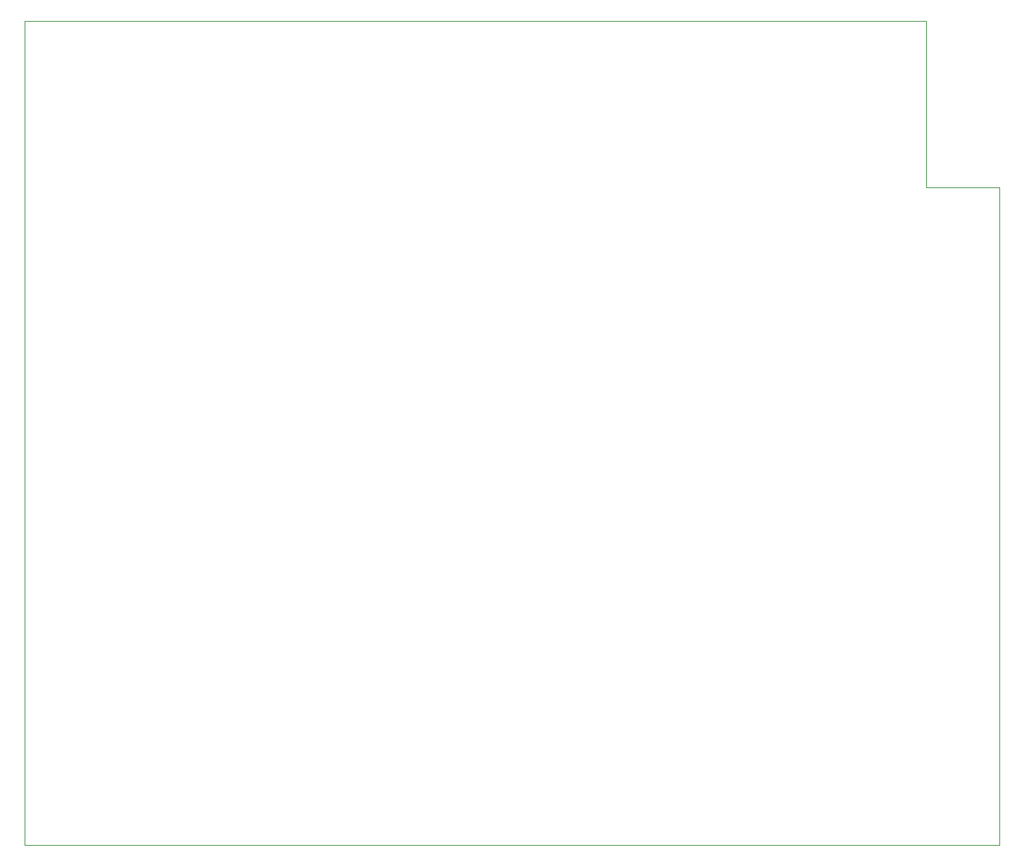
<source format=gbr>
%TF.GenerationSoftware,KiCad,Pcbnew,8.0.1*%
%TF.CreationDate,2024-03-22T17:40:30+05:30*%
%TF.ProjectId,MiniCircuit,4d696e69-4369-4726-9375-69742e6b6963,rev?*%
%TF.SameCoordinates,Original*%
%TF.FileFunction,Profile,NP*%
%FSLAX46Y46*%
G04 Gerber Fmt 4.6, Leading zero omitted, Abs format (unit mm)*
G04 Created by KiCad (PCBNEW 8.0.1) date 2024-03-22 17:40:30*
%MOMM*%
%LPD*%
G01*
G04 APERTURE LIST*
%TA.AperFunction,Profile*%
%ADD10C,0.050000*%
%TD*%
G04 APERTURE END LIST*
D10*
X231400000Y-43000000D02*
X240000000Y-43000000D01*
X240000000Y-120000000D01*
X126000000Y-120000000D01*
X126000000Y-23508000D01*
X231400000Y-23508000D01*
X231400000Y-43000000D01*
M02*

</source>
